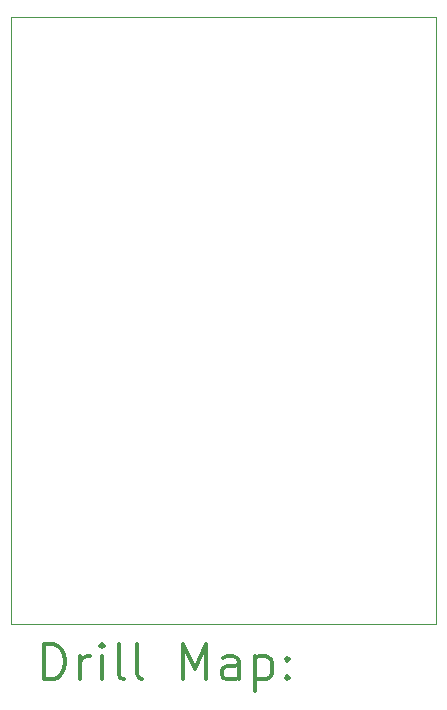
<source format=gbr>
%FSLAX45Y45*%
G04 Gerber Fmt 4.5, Leading zero omitted, Abs format (unit mm)*
G04 Created by KiCad (PCBNEW (5.1.2)-1) date 2019-11-25 21:42:11*
%MOMM*%
%LPD*%
G04 APERTURE LIST*
%ADD10C,0.050000*%
%ADD11C,0.200000*%
%ADD12C,0.300000*%
G04 APERTURE END LIST*
D10*
X9588500Y-4349750D02*
X5988050Y-4349750D01*
X9588500Y-9493250D02*
X9588500Y-4349750D01*
X5988050Y-9493250D02*
X9588500Y-9493250D01*
X5988050Y-4349750D02*
X5988050Y-9493250D01*
D11*
D12*
X6271978Y-9961464D02*
X6271978Y-9661464D01*
X6343407Y-9661464D01*
X6386264Y-9675750D01*
X6414836Y-9704322D01*
X6429121Y-9732893D01*
X6443407Y-9790036D01*
X6443407Y-9832893D01*
X6429121Y-9890036D01*
X6414836Y-9918607D01*
X6386264Y-9947179D01*
X6343407Y-9961464D01*
X6271978Y-9961464D01*
X6571978Y-9961464D02*
X6571978Y-9761464D01*
X6571978Y-9818607D02*
X6586264Y-9790036D01*
X6600550Y-9775750D01*
X6629121Y-9761464D01*
X6657693Y-9761464D01*
X6757693Y-9961464D02*
X6757693Y-9761464D01*
X6757693Y-9661464D02*
X6743407Y-9675750D01*
X6757693Y-9690036D01*
X6771978Y-9675750D01*
X6757693Y-9661464D01*
X6757693Y-9690036D01*
X6943407Y-9961464D02*
X6914836Y-9947179D01*
X6900550Y-9918607D01*
X6900550Y-9661464D01*
X7100550Y-9961464D02*
X7071978Y-9947179D01*
X7057693Y-9918607D01*
X7057693Y-9661464D01*
X7443407Y-9961464D02*
X7443407Y-9661464D01*
X7543407Y-9875750D01*
X7643407Y-9661464D01*
X7643407Y-9961464D01*
X7914836Y-9961464D02*
X7914836Y-9804322D01*
X7900550Y-9775750D01*
X7871978Y-9761464D01*
X7814836Y-9761464D01*
X7786264Y-9775750D01*
X7914836Y-9947179D02*
X7886264Y-9961464D01*
X7814836Y-9961464D01*
X7786264Y-9947179D01*
X7771978Y-9918607D01*
X7771978Y-9890036D01*
X7786264Y-9861464D01*
X7814836Y-9847179D01*
X7886264Y-9847179D01*
X7914836Y-9832893D01*
X8057693Y-9761464D02*
X8057693Y-10061464D01*
X8057693Y-9775750D02*
X8086264Y-9761464D01*
X8143407Y-9761464D01*
X8171978Y-9775750D01*
X8186264Y-9790036D01*
X8200550Y-9818607D01*
X8200550Y-9904322D01*
X8186264Y-9932893D01*
X8171978Y-9947179D01*
X8143407Y-9961464D01*
X8086264Y-9961464D01*
X8057693Y-9947179D01*
X8329121Y-9932893D02*
X8343407Y-9947179D01*
X8329121Y-9961464D01*
X8314836Y-9947179D01*
X8329121Y-9932893D01*
X8329121Y-9961464D01*
X8329121Y-9775750D02*
X8343407Y-9790036D01*
X8329121Y-9804322D01*
X8314836Y-9790036D01*
X8329121Y-9775750D01*
X8329121Y-9804322D01*
M02*

</source>
